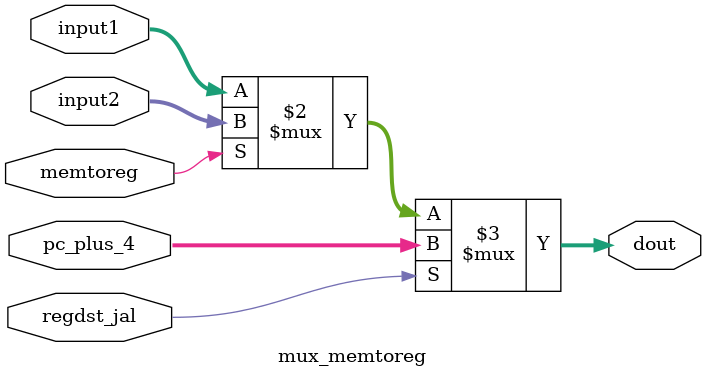
<source format=v>
`timescale 1ns / 1ps


module mux_memtoreg(
    input memtoreg,
    input regdst_jal,
    input [31:0] input1,
    input [31:0] input2,
    input [31:0] pc_plus_4,
    output [31:0] dout
);
    assign dout = (regdst_jal)?pc_plus_4:(memtoreg == 0)?input1:input2;
endmodule

</source>
